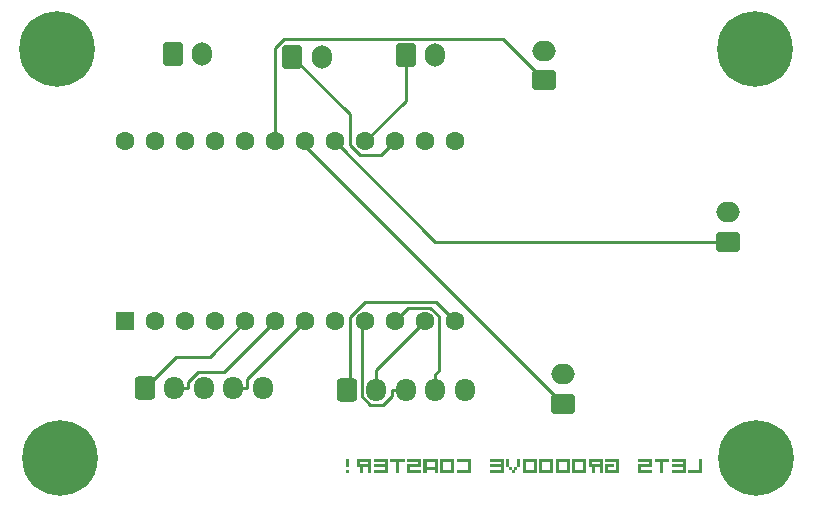
<source format=gbr>
%TF.GenerationSoftware,KiCad,Pcbnew,7.0.1*%
%TF.CreationDate,2023-09-03T20:42:36-04:00*%
%TF.ProjectId,Groove Coaster,47726f6f-7665-4204-936f-61737465722e,rev?*%
%TF.SameCoordinates,Original*%
%TF.FileFunction,Copper,L2,Bot*%
%TF.FilePolarity,Positive*%
%FSLAX46Y46*%
G04 Gerber Fmt 4.6, Leading zero omitted, Abs format (unit mm)*
G04 Created by KiCad (PCBNEW 7.0.1) date 2023-09-03 20:42:36*
%MOMM*%
%LPD*%
G01*
G04 APERTURE LIST*
G04 Aperture macros list*
%AMRoundRect*
0 Rectangle with rounded corners*
0 $1 Rounding radius*
0 $2 $3 $4 $5 $6 $7 $8 $9 X,Y pos of 4 corners*
0 Add a 4 corners polygon primitive as box body*
4,1,4,$2,$3,$4,$5,$6,$7,$8,$9,$2,$3,0*
0 Add four circle primitives for the rounded corners*
1,1,$1+$1,$2,$3*
1,1,$1+$1,$4,$5*
1,1,$1+$1,$6,$7*
1,1,$1+$1,$8,$9*
0 Add four rect primitives between the rounded corners*
20,1,$1+$1,$2,$3,$4,$5,0*
20,1,$1+$1,$4,$5,$6,$7,0*
20,1,$1+$1,$6,$7,$8,$9,0*
20,1,$1+$1,$8,$9,$2,$3,0*%
G04 Aperture macros list end*
%ADD10C,0.300000*%
%TA.AperFunction,NonConductor*%
%ADD11C,0.300000*%
%TD*%
%TA.AperFunction,ComponentPad*%
%ADD12RoundRect,0.250000X-0.600000X-0.750000X0.600000X-0.750000X0.600000X0.750000X-0.600000X0.750000X0*%
%TD*%
%TA.AperFunction,ComponentPad*%
%ADD13O,1.700000X2.000000*%
%TD*%
%TA.AperFunction,ComponentPad*%
%ADD14RoundRect,0.250000X0.750000X-0.600000X0.750000X0.600000X-0.750000X0.600000X-0.750000X-0.600000X0*%
%TD*%
%TA.AperFunction,ComponentPad*%
%ADD15O,2.000000X1.700000*%
%TD*%
%TA.AperFunction,ComponentPad*%
%ADD16C,6.400000*%
%TD*%
%TA.AperFunction,ComponentPad*%
%ADD17R,1.600000X1.600000*%
%TD*%
%TA.AperFunction,ComponentPad*%
%ADD18C,1.600000*%
%TD*%
%TA.AperFunction,ComponentPad*%
%ADD19RoundRect,0.250000X-0.600000X-0.725000X0.600000X-0.725000X0.600000X0.725000X-0.600000X0.725000X0*%
%TD*%
%TA.AperFunction,ComponentPad*%
%ADD20O,1.700000X1.950000*%
%TD*%
%TA.AperFunction,Conductor*%
%ADD21C,0.250000*%
%TD*%
G04 APERTURE END LIST*
D10*
D11*
G36*
X128200000Y-82145000D02*
G01*
X128200000Y-80949187D01*
X127943911Y-80949187D01*
X127943911Y-81887445D01*
X127015910Y-81887445D01*
X127015910Y-82145000D01*
X128200000Y-82145000D01*
G37*
G36*
X126800488Y-82145000D02*
G01*
X126800488Y-80949187D01*
X125616399Y-80949187D01*
X125616399Y-81206741D01*
X126544399Y-81206741D01*
X126544399Y-81418133D01*
X125616399Y-81418133D01*
X125616399Y-81675687D01*
X126544399Y-81675687D01*
X126544399Y-81887445D01*
X125616399Y-81887445D01*
X125616399Y-82145000D01*
X126800488Y-82145000D01*
G37*
G36*
X124932030Y-82145000D02*
G01*
X124932030Y-81206741D01*
X125400976Y-81206741D01*
X125400976Y-80949187D01*
X124205163Y-80949187D01*
X124205163Y-81206741D01*
X124675942Y-81206741D01*
X124675942Y-82145000D01*
X124932030Y-82145000D01*
G37*
G36*
X124001465Y-82145000D02*
G01*
X124001465Y-81887445D01*
X123063572Y-81887445D01*
X123063572Y-81675687D01*
X124001465Y-81675687D01*
X124001465Y-80949187D01*
X122807484Y-80949187D01*
X122807484Y-81206741D01*
X123745376Y-81206741D01*
X123745376Y-81418133D01*
X122807484Y-81418133D01*
X122807484Y-82145000D01*
X124001465Y-82145000D01*
G37*
G36*
X121202442Y-82145000D02*
G01*
X121202442Y-80949187D01*
X120008461Y-80949187D01*
X120008461Y-81206741D01*
X120946353Y-81206741D01*
X120946353Y-81887445D01*
X120264549Y-81887445D01*
X120264549Y-81675687D01*
X120734595Y-81675687D01*
X120734595Y-81418133D01*
X120008461Y-81418133D01*
X120008461Y-82145000D01*
X121202442Y-82145000D01*
G37*
G36*
X119802930Y-82145000D02*
G01*
X119546842Y-82145000D01*
X119546842Y-81675687D01*
X119099511Y-81675687D01*
X119099511Y-82145000D01*
X118843422Y-82145000D01*
X118843422Y-81675687D01*
X118608949Y-81675687D01*
X118608949Y-81206741D01*
X118865038Y-81206741D01*
X118865038Y-81418133D01*
X119546842Y-81418133D01*
X119546842Y-81206741D01*
X118865038Y-81206741D01*
X118608949Y-81206741D01*
X118608949Y-80949187D01*
X119802930Y-80949187D01*
X119802930Y-82145000D01*
G37*
G36*
X118403419Y-82145000D02*
G01*
X117209438Y-82145000D01*
X117209438Y-81206741D01*
X117465526Y-81206741D01*
X117465526Y-81887445D01*
X118147330Y-81887445D01*
X118147330Y-81206741D01*
X117465526Y-81206741D01*
X117209438Y-81206741D01*
X117209438Y-80949187D01*
X118403419Y-80949187D01*
X118403419Y-82145000D01*
G37*
G36*
X117003907Y-82145000D02*
G01*
X115809926Y-82145000D01*
X115809926Y-81206741D01*
X116066015Y-81206741D01*
X116066015Y-81887445D01*
X116747819Y-81887445D01*
X116747819Y-81206741D01*
X116066015Y-81206741D01*
X115809926Y-81206741D01*
X115809926Y-80949187D01*
X117003907Y-80949187D01*
X117003907Y-82145000D01*
G37*
G36*
X115604396Y-82145000D02*
G01*
X114410415Y-82145000D01*
X114410415Y-81206741D01*
X114666503Y-81206741D01*
X114666503Y-81887445D01*
X115348307Y-81887445D01*
X115348307Y-81206741D01*
X114666503Y-81206741D01*
X114410415Y-81206741D01*
X114410415Y-80949187D01*
X115604396Y-80949187D01*
X115604396Y-82145000D01*
G37*
G36*
X114204884Y-82145000D02*
G01*
X113010903Y-82145000D01*
X113010903Y-81206741D01*
X113266992Y-81206741D01*
X113266992Y-81887445D01*
X113948796Y-81887445D01*
X113948796Y-81206741D01*
X113266992Y-81206741D01*
X113010903Y-81206741D01*
X113010903Y-80949187D01*
X114204884Y-80949187D01*
X114204884Y-82145000D01*
G37*
G36*
X112336427Y-82145000D02*
G01*
X112336427Y-81887445D01*
X112080338Y-81887445D01*
X112080338Y-82145000D01*
X112336427Y-82145000D01*
G37*
G36*
X112570900Y-81910160D02*
G01*
X112570900Y-81652606D01*
X112314811Y-81652606D01*
X112314811Y-81910160D01*
X112570900Y-81910160D01*
G37*
G36*
X112101953Y-81910160D02*
G01*
X112101953Y-81652606D01*
X111845865Y-81652606D01*
X111845865Y-81910160D01*
X112101953Y-81910160D01*
G37*
G36*
X112805373Y-81676053D02*
G01*
X112805373Y-80949187D01*
X112549284Y-80949187D01*
X112549284Y-81676053D01*
X112805373Y-81676053D01*
G37*
G36*
X111867480Y-81676053D02*
G01*
X111867480Y-80949187D01*
X111611392Y-80949187D01*
X111611392Y-81676053D01*
X111867480Y-81676053D01*
G37*
G36*
X111405861Y-82145000D02*
G01*
X111405861Y-80949187D01*
X110221772Y-80949187D01*
X110221772Y-81206741D01*
X111149773Y-81206741D01*
X111149773Y-81418133D01*
X110221772Y-81418133D01*
X110221772Y-81675687D01*
X111149773Y-81675687D01*
X111149773Y-81887445D01*
X110221772Y-81887445D01*
X110221772Y-82145000D01*
X111405861Y-82145000D01*
G37*
G36*
X108606838Y-82145000D02*
G01*
X108606838Y-80949187D01*
X107422749Y-80949187D01*
X107422749Y-81206741D01*
X108350750Y-81206741D01*
X108350750Y-81887445D01*
X107422749Y-81887445D01*
X107422749Y-82145000D01*
X108606838Y-82145000D01*
G37*
G36*
X107207327Y-82145000D02*
G01*
X106013346Y-82145000D01*
X106013346Y-81206741D01*
X106269434Y-81206741D01*
X106269434Y-81887445D01*
X106951238Y-81887445D01*
X106951238Y-81206741D01*
X106269434Y-81206741D01*
X106013346Y-81206741D01*
X106013346Y-80949187D01*
X107207327Y-80949187D01*
X107207327Y-82145000D01*
G37*
G36*
X105807815Y-82145000D02*
G01*
X105551727Y-82145000D01*
X105551727Y-81910160D01*
X104869923Y-81910160D01*
X104869923Y-82145000D01*
X104613834Y-82145000D01*
X104613834Y-81206741D01*
X104869923Y-81206741D01*
X104869923Y-81652606D01*
X105551727Y-81652606D01*
X105551727Y-81206741D01*
X104869923Y-81206741D01*
X104613834Y-81206741D01*
X104613834Y-80949187D01*
X105807815Y-80949187D01*
X105807815Y-82145000D01*
G37*
G36*
X104408304Y-82145000D02*
G01*
X104408304Y-81887445D01*
X103470411Y-81887445D01*
X103470411Y-81675687D01*
X104408304Y-81675687D01*
X104408304Y-80949187D01*
X103214323Y-80949187D01*
X103214323Y-81206741D01*
X104152215Y-81206741D01*
X104152215Y-81418133D01*
X103214323Y-81418133D01*
X103214323Y-82145000D01*
X104408304Y-82145000D01*
G37*
G36*
X102539846Y-82145000D02*
G01*
X102539846Y-81206741D01*
X103008792Y-81206741D01*
X103008792Y-80949187D01*
X101812979Y-80949187D01*
X101812979Y-81206741D01*
X102283757Y-81206741D01*
X102283757Y-82145000D01*
X102539846Y-82145000D01*
G37*
G36*
X101609281Y-82145000D02*
G01*
X101609281Y-80949187D01*
X100425191Y-80949187D01*
X100425191Y-81206741D01*
X101353192Y-81206741D01*
X101353192Y-81418133D01*
X100425191Y-81418133D01*
X100425191Y-81675687D01*
X101353192Y-81675687D01*
X101353192Y-81887445D01*
X100425191Y-81887445D01*
X100425191Y-82145000D01*
X101609281Y-82145000D01*
G37*
G36*
X100209769Y-82145000D02*
G01*
X99953681Y-82145000D01*
X99953681Y-81675687D01*
X99506350Y-81675687D01*
X99506350Y-82145000D01*
X99250261Y-82145000D01*
X99250261Y-81675687D01*
X99015788Y-81675687D01*
X99015788Y-81206741D01*
X99271877Y-81206741D01*
X99271877Y-81418133D01*
X99953681Y-81418133D01*
X99953681Y-81206741D01*
X99271877Y-81206741D01*
X99015788Y-81206741D01*
X99015788Y-80949187D01*
X100209769Y-80949187D01*
X100209769Y-82145000D01*
G37*
G36*
X98341311Y-82145000D02*
G01*
X98341311Y-81887445D01*
X98085223Y-81887445D01*
X98085223Y-82145000D01*
X98341311Y-82145000D01*
G37*
G36*
X98341311Y-81676053D02*
G01*
X98341311Y-80949187D01*
X98085223Y-80949187D01*
X98085223Y-81676053D01*
X98341311Y-81676053D01*
G37*
D12*
%TO.P,BT1,1,1*%
%TO.N,Net-(U1-B2)*%
X83400000Y-46700000D03*
D13*
%TO.P,BT1,2,2*%
%TO.N,Net-(BT1-Pad2)*%
X85900000Y-46700000D03*
%TD*%
D12*
%TO.P,BT2,1,1*%
%TO.N,Net-(U1-B3)*%
X93500000Y-46900000D03*
D13*
%TO.P,BT2,2,2*%
%TO.N,Net-(BT2-Pad2)*%
X96000000Y-46900000D03*
%TD*%
D12*
%TO.P,BT3,1,1*%
%TO.N,Net-(U1-B1)*%
X103100000Y-46800000D03*
D13*
%TO.P,BT3,2,2*%
%TO.N,Net-(BT3-Pad2)*%
X105600000Y-46800000D03*
%TD*%
D14*
%TO.P,LED1,1,-*%
%TO.N,Net-(LED1--)*%
X130400000Y-62600000D03*
D15*
%TO.P,LED1,2,+*%
%TO.N,Net-(LED1-+)*%
X130400000Y-60100000D03*
%TD*%
D14*
%TO.P,LED2,1,-*%
%TO.N,Net-(LED2--)*%
X116400000Y-76300000D03*
D15*
%TO.P,LED2,2,+*%
%TO.N,Net-(LED2-+)*%
X116400000Y-73800000D03*
%TD*%
D14*
%TO.P,LED3,1,-*%
%TO.N,Net-(LED3--)*%
X114800000Y-48900000D03*
D15*
%TO.P,LED3,2,+*%
%TO.N,Net-(LED3-+)*%
X114800000Y-46400000D03*
%TD*%
D16*
%TO.P,REF\u002A\u002A,1*%
%TO.N,N/C*%
X73800000Y-80900000D03*
%TD*%
%TO.P,REF\u002A\u002A,1*%
%TO.N,N/C*%
X73600000Y-46300000D03*
%TD*%
D17*
%TO.P,U1,1,TX*%
%TO.N,unconnected-(U1-TX-Pad1)*%
X79330000Y-69320000D03*
D18*
%TO.P,U1,2,RX*%
%TO.N,unconnected-(U1-RX-Pad2)*%
X81870000Y-69320000D03*
%TO.P,U1,3,GND*%
%TO.N,Net-(R1-Pad2)*%
X84410000Y-69320000D03*
%TO.P,U1,4,GND*%
%TO.N,unconnected-(U1-GND-Pad4)*%
X86950000Y-69320000D03*
%TO.P,U1,5,SDA*%
%TO.N,Net-(J1-Pin_1)*%
X89490000Y-69320000D03*
%TO.P,U1,6,SCL*%
%TO.N,Net-(J1-Pin_2)*%
X92030000Y-69320000D03*
%TO.P,U1,7,D4*%
%TO.N,Net-(J1-Pin_4)*%
X94570000Y-69320000D03*
%TO.P,U1,8,C6*%
%TO.N,Net-(J1-Pin_3)*%
X97110000Y-69320000D03*
%TO.P,U1,9,D7*%
%TO.N,Net-(J2-Pin_3)*%
X99650000Y-69320000D03*
%TO.P,U1,10,E6*%
%TO.N,Net-(J2-Pin_4)*%
X102190000Y-69320000D03*
%TO.P,U1,11,B4*%
%TO.N,Net-(J2-Pin_2)*%
X104730000Y-69320000D03*
%TO.P,U1,12,B5*%
%TO.N,Net-(J2-Pin_1)*%
X107270000Y-69320000D03*
%TO.P,U1,13,B6*%
%TO.N,unconnected-(U1-B6-Pad13)*%
X107270000Y-54080000D03*
%TO.P,U1,14,B2*%
%TO.N,Net-(U1-B2)*%
X104730000Y-54080000D03*
%TO.P,U1,15,B3*%
%TO.N,Net-(U1-B3)*%
X102190000Y-54080000D03*
%TO.P,U1,16,B1*%
%TO.N,Net-(U1-B1)*%
X99650000Y-54080000D03*
%TO.P,U1,17,F7*%
%TO.N,Net-(LED1--)*%
X97110000Y-54080000D03*
%TO.P,U1,18,F6*%
%TO.N,Net-(LED2--)*%
X94570000Y-54080000D03*
%TO.P,U1,19,F5*%
%TO.N,Net-(LED3--)*%
X92030000Y-54080000D03*
%TO.P,U1,20,F4*%
%TO.N,unconnected-(U1-F4-Pad20)*%
X89490000Y-54080000D03*
%TO.P,U1,21,VCC*%
%TO.N,unconnected-(U1-VCC-Pad21)*%
X86950000Y-54080000D03*
%TO.P,U1,22,RST*%
%TO.N,unconnected-(U1-RST-Pad22)*%
X84410000Y-54080000D03*
%TO.P,U1,23,GND*%
%TO.N,unconnected-(U1-GND-Pad23)*%
X81870000Y-54080000D03*
%TO.P,U1,24,RAW*%
%TO.N,unconnected-(U1-RAW-Pad24)*%
X79330000Y-54080000D03*
%TD*%
D16*
%TO.P,REF\u002A\u002A,1*%
%TO.N,N/C*%
X132700000Y-46300000D03*
%TD*%
%TO.P,REF\u002A\u002A,1*%
%TO.N,N/C*%
X132800000Y-80900000D03*
%TD*%
D19*
%TO.P,J1,1,Pin_1*%
%TO.N,Net-(J1-Pin_1)*%
X81000000Y-75000000D03*
D20*
%TO.P,J1,2,Pin_2*%
%TO.N,Net-(J1-Pin_2)*%
X83500000Y-75000000D03*
%TO.P,J1,3,Pin_3*%
%TO.N,Net-(J1-Pin_3)*%
X86000000Y-75000000D03*
%TO.P,J1,4,Pin_4*%
%TO.N,Net-(J1-Pin_4)*%
X88500000Y-75000000D03*
%TO.P,J1,5,Pin_5*%
%TO.N,Net-(J1-Pin_5)*%
X91000000Y-75000000D03*
%TD*%
D19*
%TO.P,J2,1,Pin_1*%
%TO.N,Net-(J2-Pin_1)*%
X98100000Y-75100000D03*
D20*
%TO.P,J2,2,Pin_2*%
%TO.N,Net-(J2-Pin_2)*%
X100600000Y-75100000D03*
%TO.P,J2,3,Pin_3*%
%TO.N,Net-(J2-Pin_3)*%
X103100000Y-75100000D03*
%TO.P,J2,4,Pin_4*%
%TO.N,Net-(J2-Pin_4)*%
X105600000Y-75100000D03*
%TO.P,J2,5,Pin_5*%
%TO.N,Net-(J2-Pin_5)*%
X108100000Y-75100000D03*
%TD*%
D21*
%TO.N,Net-(U1-B3)*%
X99201100Y-55222700D02*
X101047300Y-55222700D01*
X101047300Y-55222700D02*
X102190000Y-54080000D01*
X98380000Y-54401600D02*
X99201100Y-55222700D01*
X93500000Y-46900000D02*
X98380000Y-51780000D01*
X98380000Y-51780000D02*
X98380000Y-54401600D01*
%TO.N,Net-(U1-B1)*%
X103100000Y-50630000D02*
X99650000Y-54080000D01*
X103100000Y-46800000D02*
X103100000Y-50630000D01*
%TO.N,Net-(LED1--)*%
X105630000Y-62600000D02*
X97110000Y-54080000D01*
X130400000Y-62600000D02*
X105630000Y-62600000D01*
%TO.N,Net-(LED2--)*%
X116400000Y-76300000D02*
X94570000Y-54470000D01*
X94570000Y-54470000D02*
X94570000Y-54080000D01*
%TO.N,Net-(LED3--)*%
X111341100Y-45441100D02*
X92775100Y-45441100D01*
X92775100Y-45441100D02*
X92030000Y-46186200D01*
X114800000Y-48900000D02*
X111341100Y-45441100D01*
X92030000Y-46186200D02*
X92030000Y-54080000D01*
%TO.N,Net-(J1-Pin_1)*%
X86497700Y-72312300D02*
X83687700Y-72312300D01*
X89490000Y-69320000D02*
X86497700Y-72312300D01*
X83687700Y-72312300D02*
X81000000Y-75000000D01*
%TO.N,Net-(J1-Pin_2)*%
X87707900Y-73642100D02*
X85497500Y-73642100D01*
X84675100Y-74464500D02*
X84675100Y-75000000D01*
X83500000Y-75000000D02*
X84675100Y-75000000D01*
X85497500Y-73642100D02*
X84675100Y-74464500D01*
X92030000Y-69320000D02*
X87707900Y-73642100D01*
%TO.N,Net-(J1-Pin_4)*%
X94570000Y-69320000D02*
X89675100Y-74214900D01*
X88500000Y-75000000D02*
X89675100Y-75000000D01*
X89675100Y-74214900D02*
X89675100Y-75000000D01*
%TO.N,Net-(J2-Pin_1)*%
X99633500Y-67692600D02*
X98380000Y-68946100D01*
X105642600Y-67692600D02*
X99633500Y-67692600D01*
X98380000Y-74820000D02*
X98100000Y-75100000D01*
X107270000Y-69320000D02*
X105642600Y-67692600D01*
X98380000Y-68946100D02*
X98380000Y-74820000D01*
%TO.N,Net-(J2-Pin_2)*%
X100600000Y-73450000D02*
X100600000Y-75100000D01*
X104730000Y-69320000D02*
X100600000Y-73450000D01*
%TO.N,Net-(J2-Pin_3)*%
X100121900Y-76411600D02*
X101148800Y-76411600D01*
X101148800Y-76411600D02*
X101924900Y-75635500D01*
X103100000Y-75100000D02*
X101924900Y-75100000D01*
X99369600Y-75659300D02*
X100121900Y-76411600D01*
X99650000Y-69320000D02*
X99369600Y-69600400D01*
X99369600Y-69600400D02*
X99369600Y-75659300D01*
X101924900Y-75635500D02*
X101924900Y-75100000D01*
%TO.N,Net-(J2-Pin_4)*%
X105600000Y-75100000D02*
X105600000Y-73799900D01*
X103329000Y-68181000D02*
X105185900Y-68181000D01*
X102190000Y-69320000D02*
X103329000Y-68181000D01*
X105185900Y-68181000D02*
X105900000Y-68895100D01*
X105900000Y-73499900D02*
X105600000Y-73799900D01*
X105900000Y-68895100D02*
X105900000Y-73499900D01*
%TD*%
M02*

</source>
